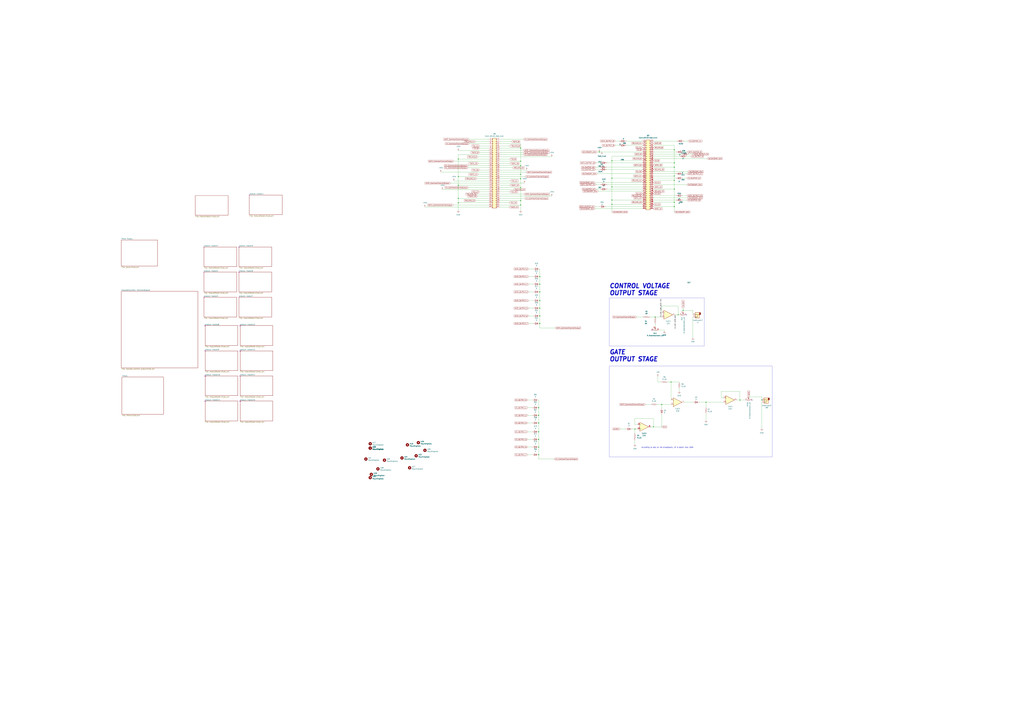
<source format=kicad_sch>
(kicad_sch (version 20230121) (generator eeschema)
  (paper "A0")
  (junction (at 768.35 469.9))
  (junction (at 884.555 464.8034))
  (junction (at 710.565 217.17))
  (junction (at 782.955 219.71))
  (junction (at 604.52 202.565))
  (junction (at 626.745 358.14))
  (junction (at 626.745 349.25))
  (junction (at 782.955 173.99))
  (junction (at 782.955 234.95))
  (junction (at 626.745 339.09))
  (junction (at 737.235 498.475))
  (junction (at 710.565 237.49))
  (junction (at 710.565 232.41))
  (junction (at 532.13 184.785))
  (junction (at 626.745 375.92))
  (junction (at 625.475 519.43))
  (junction (at 532.13 215.265))
  (junction (at 779.145 443.865))
  (junction (at 760.73 368.3))
  (junction (at 626.745 367.03))
  (junction (at 625.475 473.71))
  (junction (at 782.955 189.23))
  (junction (at 604.52 192.405))
  (junction (at 710.565 207.01))
  (junction (at 710.565 186.69))
  (junction (at 782.955 194.31))
  (junction (at 604.52 187.325))
  (junction (at 532.13 235.585))
  (junction (at 625.475 528.32))
  (junction (at 604.52 217.805))
  (junction (at 626.745 321.31))
  (junction (at 625.475 482.6))
  (junction (at 604.52 207.645))
  (junction (at 625.475 510.54))
  (junction (at 787.4 365.76))
  (junction (at 859.155 464.82))
  (junction (at 626.745 330.2))
  (junction (at 782.955 204.47))
  (junction (at 625.475 491.49))
  (junction (at 532.13 230.505))
  (junction (at 782.955 209.55))
  (junction (at 625.475 501.65))
  (junction (at 604.52 233.045))
  (junction (at 819.785 467.36))
  (junction (at 793.115 360.68))
  (junction (at 782.955 240.03))
  (junction (at 604.52 238.125))
  (junction (at 758.825 495.935))
  (junction (at 604.52 172.085))
  (junction (at 695.9164 176.53))
  (junction (at 532.13 205.105))
  (no_connect (at 796.925 365.76))
  (no_connect (at 756.92 383.54))
  (no_connect (at 873.125 464.82))
  (wire (pts (xy 884.555 464.8034) (xy 884.555 464.82)))
  (wire (pts (xy 779.145 443.865) (xy 779.145 464.82)))
  (wire (pts (xy 532.13 175.26) (xy 567.69 175.26)))
  (wire (pts (xy 625.475 510.54) (xy 625.475 519.43)))
  (wire (pts (xy 710.565 186.69) (xy 710.565 181.61)))
  (wire (pts (xy 612.775 510.54) (xy 617.855 510.54)))
  (wire (pts (xy 580.39 161.925) (xy 607.695 161.925)))
  (wire (pts (xy 710.565 237.49) (xy 746.125 237.49)))
  (wire (pts (xy 544.83 167.005) (xy 567.69 167.005)))
  (wire (pts (xy 580.39 238.125) (xy 604.52 238.125)))
  (wire (pts (xy 625.475 464.82) (xy 625.475 473.71)))
  (wire (pts (xy 554.355 225.425) (xy 567.69 225.425)))
  (wire (pts (xy 544.195 217.805) (xy 567.69 217.805)))
  (wire (pts (xy 819.785 467.36) (xy 819.785 473.075)))
  (wire (pts (xy 782.955 219.71) (xy 782.955 234.95)))
  (wire (pts (xy 556.895 197.485) (xy 567.69 197.485)))
  (wire (pts (xy 788.67 451.485) (xy 788.67 454.66)))
  (wire (pts (xy 758.825 227.33) (xy 784.86 227.33)))
  (wire (pts (xy 626.745 375.92) (xy 626.745 381)))
  (wire (pts (xy 604.52 217.805) (xy 604.52 233.045)))
  (wire (pts (xy 797.56 227.33) (xy 792.48 227.33)))
  (wire (pts (xy 580.39 217.805) (xy 604.52 217.805)))
  (wire (pts (xy 612.775 482.6) (xy 617.855 482.6)))
  (wire (pts (xy 493.395 240.665) (xy 567.69 240.665)))
  (wire (pts (xy 714.375 163.83) (xy 719.455 163.83)))
  (wire (pts (xy 604.52 207.645) (xy 604.52 202.565)))
  (wire (pts (xy 859.155 464.82) (xy 865.505 464.82)))
  (wire (pts (xy 692.15 189.23) (xy 697.23 189.23)))
  (wire (pts (xy 782.955 194.31) (xy 782.955 189.23)))
  (wire (pts (xy 580.39 192.405) (xy 604.52 192.405)))
  (wire (pts (xy 625.475 533.4) (xy 643.255 533.4)))
  (wire (pts (xy 527.05 210.185) (xy 567.69 210.185)))
  (wire (pts (xy 580.39 184.785) (xy 591.82 184.785)))
  (wire (pts (xy 737.235 503.555) (xy 737.235 498.475)))
  (wire (pts (xy 532.13 235.585) (xy 532.13 244.475)))
  (wire (pts (xy 544.83 161.925) (xy 567.69 161.925)))
  (wire (pts (xy 556.895 169.545) (xy 567.69 169.545)))
  (wire (pts (xy 819.785 480.695) (xy 819.785 488.315)))
  (wire (pts (xy 758.825 199.39) (xy 798.83 199.39)))
  (wire (pts (xy 626.745 349.25) (xy 626.745 358.14)))
  (wire (pts (xy 794.385 467.36) (xy 804.545 467.36)))
  (wire (pts (xy 739.14 368.3) (xy 746.76 368.3)))
  (wire (pts (xy 552.45 233.045) (xy 567.69 233.045)))
  (wire (pts (xy 758.825 214.63) (xy 797.56 214.63)))
  (wire (pts (xy 775.335 443.865) (xy 779.145 443.865)))
  (wire (pts (xy 556.895 172.085) (xy 567.69 172.085)))
  (wire (pts (xy 793.115 360.68) (xy 793.115 361.95)))
  (wire (pts (xy 555.625 189.865) (xy 567.69 189.865)))
  (wire (pts (xy 758.825 209.55) (xy 782.955 209.55)))
  (wire (pts (xy 758.825 234.95) (xy 782.955 234.95)))
  (wire (pts (xy 793.115 360.68) (xy 804.545 360.68)))
  (wire (pts (xy 580.39 227.965) (xy 640.715 227.965)))
  (wire (pts (xy 532.13 235.585) (xy 567.69 235.585)))
  (wire (pts (xy 625.475 482.6) (xy 625.475 491.49)))
  (wire (pts (xy 532.13 205.105) (xy 532.13 215.265)))
  (wire (pts (xy 737.235 493.395) (xy 737.235 486.41)))
  (wire (pts (xy 580.39 187.325) (xy 604.52 187.325)))
  (wire (pts (xy 710.565 237.49) (xy 710.565 246.38)))
  (wire (pts (xy 758.825 201.93) (xy 784.86 201.93)))
  (wire (pts (xy 580.39 225.425) (xy 608.33 225.425)))
  (wire (pts (xy 626.745 330.2) (xy 626.745 339.09)))
  (wire (pts (xy 740.41 493.395) (xy 737.235 493.395)))
  (wire (pts (xy 526.415 238.125) (xy 567.69 238.125)))
  (wire (pts (xy 554.355 227.965) (xy 567.69 227.965)))
  (wire (pts (xy 793.115 176.53) (xy 797.8437 176.53)))
  (wire (pts (xy 782.955 173.99) (xy 782.955 189.23)))
  (wire (pts (xy 837.565 454.66) (xy 859.155 454.66)))
  (wire (pts (xy 580.39 230.505) (xy 608.965 230.505)))
  (wire (pts (xy 855.345 464.82) (xy 859.155 464.82)))
  (wire (pts (xy 692.15 214.63) (xy 697.23 214.63)))
  (wire (pts (xy 532.13 235.585) (xy 532.13 230.505)))
  (wire (pts (xy 604.52 167.005) (xy 580.39 167.005)))
  (wire (pts (xy 580.39 164.465) (xy 593.725 164.465)))
  (wire (pts (xy 804.545 360.68) (xy 804.545 365.76)))
  (wire (pts (xy 782.955 173.99) (xy 782.955 168.91)))
  (wire (pts (xy 580.39 207.645) (xy 604.52 207.645)))
  (wire (pts (xy 819.785 467.36) (xy 840.105 467.36)))
  (wire (pts (xy 604.52 192.405) (xy 604.52 187.325)))
  (wire (pts (xy 758.825 176.53) (xy 785.495 176.53)))
  (wire (pts (xy 614.045 321.31) (xy 619.125 321.31)))
  (wire (pts (xy 614.045 312.42) (xy 619.125 312.42)))
  (wire (pts (xy 782.955 246.38) (xy 782.955 240.03)))
  (wire (pts (xy 727.075 163.83) (xy 746.125 163.83)))
  (wire (pts (xy 768.35 495.935) (xy 758.825 495.935)))
  (wire (pts (xy 694.69 222.25) (xy 746.125 222.25)))
  (wire (pts (xy 704.85 214.63) (xy 746.125 214.63)))
  (wire (pts (xy 692.15 219.71) (xy 697.23 219.71)))
  (wire (pts (xy 625.475 501.65) (xy 625.475 510.54)))
  (wire (pts (xy 782.955 240.03) (xy 782.955 234.95)))
  (wire (pts (xy 604.52 172.085) (xy 604.52 187.325)))
  (wire (pts (xy 710.565 207.01) (xy 710.565 217.17)))
  (wire (pts (xy 754.38 368.3) (xy 760.73 368.3)))
  (wire (pts (xy 612.775 464.82) (xy 617.855 464.82)))
  (wire (pts (xy 532.13 215.265) (xy 567.69 215.265)))
  (wire (pts (xy 690.88 212.09) (xy 746.125 212.09)))
  (wire (pts (xy 758.825 179.07) (xy 791.845 179.07)))
  (wire (pts (xy 532.13 184.785) (xy 532.13 205.105)))
  (wire (pts (xy 580.39 200.025) (xy 610.87 200.025)))
  (wire (pts (xy 758.825 204.47) (xy 782.955 204.47)))
  (wire (pts (xy 768.35 469.9) (xy 768.35 474.345)))
  (wire (pts (xy 727.075 168.91) (xy 746.125 168.91)))
  (wire (pts (xy 760.73 368.3) (xy 768.35 368.3)))
  (wire (pts (xy 797.56 232.41) (xy 792.48 232.41)))
  (wire (pts (xy 737.235 486.41) (xy 758.825 486.41)))
  (wire (pts (xy 771.525 383.54) (xy 771.525 384.81)))
  (wire (pts (xy 556.895 177.165) (xy 567.69 177.165)))
  (wire (pts (xy 787.4 355.6) (xy 768.35 355.6)))
  (wire (pts (xy 782.955 209.55) (xy 782.955 219.71)))
  (wire (pts (xy 612.775 473.71) (xy 617.855 473.71)))
  (wire (pts (xy 580.39 205.105) (xy 609.6 205.105)))
  (wire (pts (xy 555.625 202.565) (xy 567.69 202.565)))
  (wire (pts (xy 626.745 321.31) (xy 626.745 330.2)))
  (wire (pts (xy 580.39 235.585) (xy 591.185 235.585)))
  (wire (pts (xy 580.39 189.865) (xy 591.82 189.865)))
  (wire (pts (xy 869.315 461.01) (xy 884.555 461.01)))
  (wire (pts (xy 704.85 189.23) (xy 746.125 189.23)))
  (wire (pts (xy 567.69 175.26) (xy 567.69 174.625)))
  (wire (pts (xy 604.52 192.405) (xy 604.52 202.565)))
  (wire (pts (xy 783.59 365.76) (xy 787.4 365.76)))
  (wire (pts (xy 693.42 201.93) (xy 746.125 201.93)))
  (wire (pts (xy 614.045 349.25) (xy 619.125 349.25)))
  (wire (pts (xy 626.745 339.09) (xy 626.745 349.25)))
  (wire (pts (xy 580.39 174.625) (xy 607.695 174.625)))
  (wire (pts (xy 625.475 528.32) (xy 625.475 533.4)))
  (wire (pts (xy 758.825 184.15) (xy 821.055 184.15)))
  (wire (pts (xy 837.565 462.28) (xy 837.565 454.66)))
  (wire (pts (xy 758.825 181.61) (xy 789.305 181.61)))
  (wire (pts (xy 604.52 207.645) (xy 604.52 217.805)))
  (wire (pts (xy 763.27 469.9) (xy 768.35 469.9)))
  (wire (pts (xy 625.475 491.49) (xy 625.475 501.65)))
  (wire (pts (xy 812.165 467.36) (xy 819.785 467.36)))
  (wire (pts (xy 580.39 222.885) (xy 591.82 222.885)))
  (wire (pts (xy 798.83 163.83) (xy 793.75 163.83)))
  (wire (pts (xy 710.565 186.69) (xy 746.125 186.69)))
  (wire (pts (xy 758.825 189.23) (xy 782.955 189.23)))
  (wire (pts (xy 758.825 495.935) (xy 755.65 495.935)))
  (wire (pts (xy 737.235 511.175) (xy 737.235 516.255)))
  (wire (pts (xy 612.775 519.43) (xy 617.855 519.43)))
  (wire (pts (xy 612.775 501.65) (xy 617.855 501.65)))
  (wire (pts (xy 758.825 173.99) (xy 782.955 173.99)))
  (wire (pts (xy 580.39 177.165) (xy 607.695 177.165)))
  (wire (pts (xy 523.24 212.725) (xy 567.69 212.725)))
  (wire (pts (xy 580.39 179.705) (xy 607.695 179.705)))
  (wire (pts (xy 787.4 365.76) (xy 789.305 365.76)))
  (wire (pts (xy 612.775 491.49) (xy 617.855 491.49)))
  (wire (pts (xy 580.39 197.485) (xy 611.505 197.485)))
  (wire (pts (xy 763.905 443.865) (xy 767.715 443.865)))
  (wire (pts (xy 797.56 201.93) (xy 792.48 201.93)))
  (wire (pts (xy 802.005 181.61) (xy 796.925 181.61)))
  (wire (pts (xy 614.045 339.09) (xy 619.125 339.09)))
  (wire (pts (xy 604.52 238.125) (xy 604.52 233.045)))
  (wire (pts (xy 749.3 469.9) (xy 755.65 469.9)))
  (wire (pts (xy 614.045 367.03) (xy 619.125 367.03)))
  (wire (pts (xy 704.85 219.71) (xy 746.125 219.71)))
  (wire (pts (xy 710.565 186.69) (xy 710.565 207.01)))
  (wire (pts (xy 553.72 207.645) (xy 567.69 207.645)))
  (wire (pts (xy 527.05 187.325) (xy 567.69 187.325)))
  (wire (pts (xy 782.955 209.55) (xy 782.955 204.47)))
  (wire (pts (xy 626.745 312.42) (xy 626.745 321.31)))
  (wire (pts (xy 690.88 242.57) (xy 746.125 242.57)))
  (wire (pts (xy 580.39 215.265) (xy 591.82 215.265)))
  (wire (pts (xy 787.4 365.76) (xy 787.4 355.6)))
  (wire (pts (xy 782.955 168.91) (xy 758.825 168.91)))
  (wire (pts (xy 797.56 207.01) (xy 792.48 207.01)))
  (wire (pts (xy 556.895 222.885) (xy 567.69 222.885)))
  (wire (pts (xy 779.145 443.865) (xy 788.67 443.865)))
  (wire (pts (xy 859.155 454.66) (xy 859.155 464.82)))
  (wire (pts (xy 691.515 194.31) (xy 696.595 194.31)))
  (wire (pts (xy 793.115 358.14) (xy 793.115 360.68)))
  (wire (pts (xy 580.39 220.345) (xy 596.265 220.345)))
  (wire (pts (xy 758.825 232.41) (xy 784.86 232.41)))
  (wire (pts (xy 690.88 240.03) (xy 695.96 240.03)))
  (wire (pts (xy 703.58 240.03) (xy 746.125 240.03)))
  (wire (pts (xy 604.52 244.475) (xy 604.52 238.125)))
  (wire (pts (xy 625.475 473.71) (xy 625.475 482.6)))
  (wire (pts (xy 758.825 194.31) (xy 782.955 194.31)))
  (wire (pts (xy 580.39 194.945) (xy 594.995 194.945)))
  (wire (pts (xy 580.39 233.045) (xy 604.52 233.045)))
  (wire (pts (xy 797.8437 176.53) (xy 797.8437 176.5515)))
  (wire (pts (xy 614.045 330.2) (xy 619.125 330.2)))
  (wire (pts (xy 758.825 219.71) (xy 782.955 219.71)))
  (wire (pts (xy 580.39 172.085) (xy 604.52 172.085)))
  (wire (pts (xy 626.745 367.03) (xy 626.745 375.92)))
  (wire (pts (xy 768.35 469.9) (xy 779.145 469.9)))
  (wire (pts (xy 704.215 196.85) (xy 746.125 196.85)))
  (wire (pts (xy 604.52 172.085) (xy 604.52 167.005)))
  (wire (pts (xy 532.13 179.705) (xy 567.69 179.705)))
  (wire (pts (xy 580.39 182.245) (xy 640.715 182.245)))
  (wire (pts (xy 612.775 528.32) (xy 617.855 528.32)))
  (wire (pts (xy 758.825 207.01) (xy 784.86 207.01)))
  (wire (pts (xy 532.13 230.505) (xy 567.69 230.505)))
  (wire (pts (xy 768.35 355.6) (xy 768.35 363.22)))
  (wire (pts (xy 580.39 212.725) (xy 608.965 212.725)))
  (wire (pts (xy 764.54 383.54) (xy 771.525 383.54)))
  (wire (pts (xy 737.235 498.475) (xy 740.41 498.475)))
  (wire (pts (xy 737.235 498.475) (xy 734.06 498.475)))
  (wire (pts (xy 691.515 196.85) (xy 696.595 196.85)))
  (wire (pts (xy 710.565 207.01) (xy 746.125 207.01)))
  (wire (pts (xy 614.045 358.14) (xy 619.125 358.14)))
  (wire (pts (xy 714.375 168.91) (xy 719.455 168.91)))
  (wire (pts (xy 768.35 481.965) (xy 768.35 495.935)))
  (wire (pts (xy 625.475 519.43) (xy 625.475 528.32)))
  (wire (pts (xy 580.39 210.185) (xy 592.455 210.185)))
  (wire (pts (xy 532.13 184.785) (xy 567.69 184.785)))
  (wire (pts (xy 552.45 164.465) (xy 567.69 164.465)))
  (wire (pts (xy 580.39 240.665) (xy 591.185 240.665)))
  (wire (pts (xy 580.39 169.545) (xy 591.82 169.545)))
  (wire (pts (xy 758.825 240.03) (xy 782.955 240.03)))
  (wire (pts (xy 543.56 194.945) (xy 567.69 194.945)))
  (wire (pts (xy 758.825 229.87) (xy 798.195 229.87)))
  (wire (pts (xy 710.565 217.17) (xy 746.125 217.17)))
  (wire (pts (xy 695.9164 176.53) (xy 746.125 176.53)))
  (wire (pts (xy 614.045 375.92) (xy 619.125 375.92)))
  (wire (pts (xy 626.745 381) (xy 644.525 381)))
  (wire (pts (xy 782.955 194.31) (xy 782.955 204.47)))
  (wire (pts (xy 710.565 232.41) (xy 746.125 232.41)))
  (wire (pts (xy 532.13 184.785) (xy 532.13 179.705)))
  (wire (pts (xy 763.905 437.515) (xy 763.905 443.865)))
  (wire (pts (xy 758.825 163.83) (xy 786.13 163.83)))
  (wire (pts (xy 626.745 358.14) (xy 626.745 367.03)))
  (wire (pts (xy 710.565 237.49) (xy 710.565 232.41)))
  (wire (pts (xy 511.81 200.025) (xy 567.69 200.025)))
  (wire (pts (xy 710.565 217.17) (xy 710.565 232.41)))
  (wire (pts (xy 543.56 192.405) (xy 567.69 192.405)))
  (wire (pts (xy 840.105 462.28) (xy 837.565 462.28)))
  (wire (pts (xy 532.13 205.105) (xy 567.69 205.105)))
  (wire (pts (xy 720.09 498.475) (xy 726.44 498.475)))
  (wire (pts (xy 554.99 182.245) (xy 567.69 182.245)))
  (wire (pts (xy 710.565 181.61) (xy 746.125 181.61)))
  (wire (pts (xy 513.715 220.345) (xy 567.69 220.345)))
  (wire (pts (xy 760.73 375.92) (xy 760.73 379.73)))
  (wire (pts (xy 884.555 461.01) (xy 884.555 464.8034)))
  (wire (pts (xy 580.39 202.565) (xy 604.52 202.565)))
  (wire (pts (xy 693.42 176.53) (xy 695.9164 176.53)))
  (wire (pts (xy 804.545 179.07) (xy 799.465 179.07)))
  (wire (pts (xy 758.825 486.41) (xy 758.825 495.935)))
  (wire (pts (xy 884.555 467.3434) (xy 884.555 497.84)))
  (wire (pts (xy 532.13 215.265) (xy 532.13 230.505)))
  (wire (pts (xy 704.215 194.31) (xy 746.125 194.31)))
  (wire (pts (xy 804.545 368.3) (xy 804.545 392.43)))
  (rectangle (start 707.39 346.075) (end 817.88 401.955))
  (rectangle (start 707.39 425.45) (end 896.62 530.86))
  (text "GATE\nOUTPUT STAGE" (at 707.39 420.37 0) (effects (font (size 5.08 5.08) (thickness 1.016) bold italic) (justify left bottom)))
  (text "According to ests on the breadboard, 1M is better than 100K" (at 744.855 520.7 0) (effects (font (size 1.27 1.27)) (justify left bottom)))
  (text "CONTROL VOLTAGE\nOUTPUT STAGE" (at 707.39 343.535 0) (effects (font (size 5.08 5.08) (thickness 1.016) bold italic) (justify left bottom)))
  (label "CV_OP-AMP_OUT" (at 785.0295 365.76 270))
  (label "CV_OP-AMP_NON-INV" (at 768.35 368.3 90))
  (global_label "GATE_CommonChannelOutput" (shape input) (at 523.24 212.725 180) (property "Intersheetrefs" "${INTERSHEET_REFS}" (effects hide)))
  (global_label "SECONDARY_5VA" (shape input) (at 798.83 199.39 0) (property "Intersheetrefs" "${INTERSHEET_REFS}" (effects hide)))
  (global_label "*CV_15" (shape input) (at 591.82 222.885 0) (property "Intersheetrefs" "${INTERSHEET_REFS}" (effects hide)))
  (global_label "GATE_OUTPUT_9" (shape input) (at 797.8437 176.5515 0) (property "Intersheetrefs" "${INTERSHEET_REFS}" (effects hide)))
  (global_label "GATE_OUTPUT_12" (shape input) (at 692.15 214.63 180) (property "Intersheetrefs" "${INTERSHEET_REFS}" (effects hide)))
  (global_label "GATE_OUTPUT_5" (shape input) (at 614.045 358.14 180) (property "Intersheetrefs" "${INTERSHEET_REFS}" (effects hide)))
  (global_label "CV_14" (shape input) (at 746.125 171.45 180) (property "Intersheetrefs" "${INTERSHEET_REFS}" (effects hide)))
  (global_label "*RELAYS_12" (shape input) (at 596.265 220.345 0) (property "Intersheetrefs" "${INTERSHEET_REFS}" (effects hide)))
  (global_label "CV_CommonChannelOutput" (shape input) (at 607.695 161.925 0) (property "Intersheetrefs" "${INTERSHEET_REFS}" (effects hide)))
  (global_label "SECONDARY_5VA" (shape input) (at 797.56 214.63 0) (property "Intersheetrefs" "${INTERSHEET_REFS}" (effects hide)))
  (global_label "GATE_OUTPUT_11" (shape input) (at 797.56 201.93 0) (property "Intersheetrefs" "${INTERSHEET_REFS}" (effects hide)))
  (global_label "CV_OUTPUT_2" (shape input) (at 612.775 482.6 180) (property "Intersheetrefs" "${INTERSHEET_REFS}" (effects hide)))
  (global_label "RELAYS_9" (shape input) (at 746.125 184.15 180) (property "Intersheetrefs" "${INTERSHEET_REFS}" (effects hide)))
  (global_label "CV_CommonChannelOutput" (shape input) (at 609.6 205.105 0) (property "Intersheetrefs" "${INTERSHEET_REFS}" (effects hide)))
  (global_label "RELAYS_13" (shape input) (at 746.125 234.95 180) (property "Intersheetrefs" "${INTERSHEET_REFS}" (effects hide)))
  (global_label "GATE_OUTPUT_3" (shape input) (at 614.045 339.09 180) (property "Intersheetrefs" "${INTERSHEET_REFS}" (effects hide)))
  (global_label "SECONDARY_5VA" (shape input) (at 798.195 229.87 0) (property "Intersheetrefs" "${INTERSHEET_REFS}" (effects hide)))
  (global_label "*GATE_12" (shape input) (at 591.82 215.265 0) (property "Intersheetrefs" "${INTERSHEET_REFS}" (effects hide)))
  (global_label "*GATE_8" (shape input) (at 593.725 164.465 0) (property "Intersheetrefs" "${INTERSHEET_REFS}" (effects hide)))
  (global_label "*RELAYS_8" (shape input) (at 591.82 169.545 0) (property "Intersheetrefs" "${INTERSHEET_REFS}" (effects hide)))
  (global_label "GATE_10" (shape input) (at 758.825 191.77 0) (property "Intersheetrefs" "${INTERSHEET_REFS}" (effects hide)))
  (global_label "RELAYS_8" (shape input) (at 758.825 171.45 0) (property "Intersheetrefs" "${INTERSHEET_REFS}" (effects hide)))
  (global_label "CV_10" (shape input) (at 746.125 199.39 180) (property "Intersheetrefs" "${INTERSHEET_REFS}" (effects hide)))
  (global_label "CV_CommonChannelOutput" (shape input) (at 739.14 368.3 180) (property "Intersheetrefs" "${INTERSHEET_REFS}" (effects hide)))
  (global_label "SECONDARY_5VA" (shape input) (at 693.42 176.53 180) (property "Intersheetrefs" "${INTERSHEET_REFS}" (effects hide)))
  (global_label "*CV_12" (shape input) (at 556.895 222.885 180) (property "Intersheetrefs" "${INTERSHEET_REFS}" (effects hide)))
  (global_label "*RELAYS_14" (shape input) (at 552.45 164.465 180) (property "Intersheetrefs" "${INTERSHEET_REFS}" (effects hide)))
  (global_label "CV_11" (shape input) (at 758.825 212.09 0) (property "Intersheetrefs" "${INTERSHEET_REFS}" (effects hide)))
  (global_label "GATE_CommonChannelOutput" (shape input) (at 607.695 177.165 0) (property "Intersheetrefs" "${INTERSHEET_REFS}" (effects hide)))
  (global_label "GATE_CommonChannelOutput" (shape input) (at 749.3 469.9 180) (property "Intersheetrefs" "${INTERSHEET_REFS}" (effects hide)))
  (global_label "GATE_OUTPUT_14" (shape input) (at 690.88 240.03 180) (property "Intersheetrefs" "${INTERSHEET_REFS}" (effects hide)))
  (global_label "SECONDARY_GND" (shape input) (at 710.565 246.38 0) (property "Intersheetrefs" "${INTERSHEET_REFS}" (effects hide)))
  (global_label "GATE_OUTPUT_6" (shape input) (at 614.045 367.03 180) (property "Intersheetrefs" "${INTERSHEET_REFS}" (effects hide)))
  (global_label "CV_CommonChannelOutput" (shape input) (at 643.255 533.4 0) (property "Intersheetrefs" "${INTERSHEET_REFS}" (effects hide)))
  (global_label "CV_OUT" (shape input) (at 793.115 358.14 90) (property "Intersheetrefs" "${INTERSHEET_REFS}" (effects hide)))
  (global_label "CV_OUTPUT_9" (shape input) (at 802.005 181.61 0) (property "Intersheetrefs" "${INTERSHEET_REFS}" (effects hide)))
  (global_label "CV_CommonChannelOutput" (shape input) (at 608.965 230.505 0) (property "Intersheetrefs" "${INTERSHEET_REFS}" (effects hide)))
  (global_label "*CV_11" (shape input) (at 592.455 210.185 0) (property "Intersheetrefs" "${INTERSHEET_REFS}" (effects hide)))
  (global_label "GATE_CommonChannelOutput" (shape input) (at 610.87 200.025 0) (property "Intersheetrefs" "${INTERSHEET_REFS}" (effects hide)))
  (global_label "*GATE_11" (shape input) (at 555.625 202.565 180) (property "Intersheetrefs" "${INTERSHEET_REFS}" (effects hide)))
  (global_label "*GATE_9" (shape input) (at 556.895 177.165 180) (property "Intersheetrefs" "${INTERSHEET_REFS}" (effects hide)))
  (global_label "GATE_OUTPUT_2" (shape input) (at 614.045 330.2 180) (property "Intersheetrefs" "${INTERSHEET_REFS}" (effects hide)))
  (global_label "*GATE_14" (shape input) (at 591.185 240.665 0) (property "Intersheetrefs" "${INTERSHEET_REFS}" (effects hide)))
  (global_label "*CV_14" (shape input) (at 556.895 169.545 180) (property "Intersheetrefs" "${INTERSHEET_REFS}" (effects hide)))
  (global_label "SECONDARY_GND" (shape input) (at 782.955 246.38 0) (property "Intersheetrefs" "${INTERSHEET_REFS}" (effects hide)))
  (global_label "CV_12" (shape input) (at 746.125 224.79 180) (property "Intersheetrefs" "${INTERSHEET_REFS}" (effects hide)))
  (global_label "*GATE_15" (shape input) (at 555.625 189.865 180) (property "Intersheetrefs" "${INTERSHEET_REFS}" (effects hide)))
  (global_label "GATE" (shape input) (at 869.444 461.01 90) (property "Intersheetrefs" "${INTERSHEET_REFS}" (effects hide)))
  (global_label "CV_OUTPUT_0" (shape input) (at 612.775 464.82 180) (property "Intersheetrefs" "${INTERSHEET_REFS}" (effects hide)))
  (global_label "*RELAYS_11" (shape input) (at 553.72 207.645 180) (property "Intersheetrefs" "${INTERSHEET_REFS}" (effects hide)))
  (global_label "CV_OUTPUT_13" (shape input) (at 797.56 232.41 0) (property "Intersheetrefs" "${INTERSHEET_REFS}" (effects hide)))
  (global_label "CLOCK" (shape input) (at 720.09 498.475 180) (property "Intersheetrefs" "${INTERSHEET_REFS}" (effects hide)))
  (global_label "*RELAYS_10" (shape input) (at 594.995 194.945 0) (property "Intersheetrefs" "${INTERSHEET_REFS}" (effects hide)))
  (global_label "GATE_CommonChannelOutput" (shape input) (at 527.05 187.325 180) (property "Intersheetrefs" "${INTERSHEET_REFS}" (effects hide)))
  (global_label "*RELAYS_13" (shape input) (at 552.45 233.045 180) (property "Intersheetrefs" "${INTERSHEET_REFS}" (effects hide)))
  (global_label "CV_CommonChannelOutput" (shape input) (at 543.56 192.405 180) (property "Intersheetrefs" "${INTERSHEET_REFS}" (effects hide)))
  (global_label "GATE_CommonChannelOutput" (shape input) (at 608.33 225.425 0) (property "Intersheetrefs" "${INTERSHEET_REFS}" (effects hide)))
  (global_label "RELAYS_11" (shape input) (at 746.125 209.55 180) (property "Intersheetrefs" "${INTERSHEET_REFS}" (effects hide)))
  (global_label "CV_OUTPUT_10" (shape input) (at 691.515 194.31 180) (property "Intersheetrefs" "${INTERSHEET_REFS}" (effects hide)))
  (global_label "*CV_9" (shape input) (at 591.82 184.785 0) (property "Intersheetrefs" "${INTERSHEET_REFS}" (effects hide)))
  (global_label "GATE_OUTPUT_1" (shape input) (at 614.045 321.31 180) (property "Intersheetrefs" "${INTERSHEET_REFS}" (effects hide)))
  (global_label "*GATE_13" (shape input) (at 554.355 227.965 180) (property "Intersheetrefs" "${INTERSHEET_REFS}" (effects hide)))
  (global_label "CV_OUTPUT_14" (shape input) (at 798.83 163.83 0) (property "Intersheetrefs" "${INTERSHEET_REFS}" (effects hide)))
  (global_label "CV_CommonChannelOutput" (shape input) (at 544.195 217.805 180) (property "Intersheetrefs" "${INTERSHEET_REFS}" (effects hide)))
  (global_label "CV_13" (shape input) (at 758.825 237.49 0) (property "Intersheetrefs" "${INTERSHEET_REFS}" (effects hide)))
  (global_label "RELAYS_12" (shape input) (at 758.825 222.25 0) (property "Intersheetrefs" "${INTERSHEET_REFS}" (effects hide)))
  (global_label "GATE_14" (shape input) (at 758.825 242.57 0) (property "Intersheetrefs" "${INTERSHEET_REFS}" (effects hide)))
  (global_label "*CV_10" (shape input) (at 556.895 197.485 180) (property "Intersheetrefs" "${INTERSHEET_REFS}" (effects hide)))
  (global_label "GATE_15" (shape input) (at 746.125 191.77 180) (property "Intersheetrefs" "${INTERSHEET_REFS}" (effects hide)))
  (global_label "CV_CommonChannelOutput" (shape input) (at 543.56 194.945 180) (property "Intersheetrefs" "${INTERSHEET_REFS}" (effects hide)))
  (global_label "CV_OUTPUT_12" (shape input) (at 692.15 219.71 180) (property "Intersheetrefs" "${INTERSHEET_REFS}" (effects hide)))
  (global_label "GATE_OUTPUT_0" (shape input) (at 614.045 312.42 180) (property "Intersheetrefs" "${INTERSHEET_REFS}" (effects hide)))
  (global_label "CLK" (shape input) (at 768.35 495.935 0) (property "Intersheetrefs" "${INTERSHEET_REFS}" (effects hide)))
  (global_label "GATE_CommonChannelOutput" (shape input) (at 526.415 238.125 180) (property "Intersheetrefs" "${INTERSHEET_REFS}" (effects hide)))
  (global_label "CV_OUTPUT_1" (shape input) (at 612.775 473.71 180) (property "Intersheetrefs" "${INTERSHEET_REFS}" (effects hide)))
  (global_label "CV_8" (shape input) (at 746.125 173.99 180) (property "Intersheetrefs" "${INTERSHEET_REFS}" (effects hide)))
  (global_label "GATE_CommonChannelOutput" (shape input) (at 644.525 381 0) (property "Intersheetrefs" "${INTERSHEET_REFS}" (effects hide)))
  (global_label "GATE_13" (shape input) (at 746.125 229.87 180) (property "Intersheetrefs" "${INTERSHEET_REFS}" (effects hide)))
  (global_label "GATE_9" (shape input) (at 746.125 179.07 180) (property "Intersheetrefs" "${INTERSHEET_REFS}" (effects hide)))
  (global_label "SECONDARY_5VA" (shape input) (at 693.42 201.93 180) (property "Intersheetrefs" "${INTERSHEET_REFS}" (effects hide)))
  (global_label "RELAYS_10" (shape input) (at 758.825 196.85 0) (property "Intersheetrefs" "${INTERSHEET_REFS}" (effects hide)))
  (global_label "CV_OUTPUT_4" (shape input) (at 612.775 501.65 180) (property "Intersheetrefs" "${INTERSHEET_REFS}" (effects hide)))
  (global_label "GATE_OUTPUT_7" (shape input) (at 614.045 375.92 180) (property "Intersheetrefs" "${INTERSHEET_REFS}" (effects hide)))
  (global_label "CV_CommonChannelOutput" (shape input) (at 544.83 167.005 180) (property "Intersheetrefs" "${INTERSHEET_REFS}" (effects hide)))
  (global_label "SECONDARY_5VA" (shape input) (at 690.88 212.09 180) (property "Intersheetrefs" "${INTERSHEET_REFS}" (effects hide)))
  (global_label "GATE_OUTPUT_8" (shape input) (at 714.375 163.83 180) (property "Intersheetrefs" "${INTERSHEET_REFS}" (effects hide)))
  (global_label "RELAYS_14" (shape input) (at 746.125 166.37 180) (property "Intersheetrefs" "${INTERSHEET_REFS}" (effects hide)))
  (global_label "GATE_OUTPUT_10" (shape input) (at 692.15 189.23 180) (property "Intersheetrefs" "${INTERSHEET_REFS}" (effects hide)))
  (global_label "GATE_OUTPUT_15" (shape input) (at 804.545 179.07 0) (property "Intersheetrefs" "${INTERSHEET_REFS}" (effects hide)))
  (global_label "GATE_11" (shape input) (at 746.125 204.47 180) (property "Intersheetrefs" "${INTERSHEET_REFS}" (effects hide)))
  (global_label "GATE_8" (shape input) (at 758.825 166.37 0) (property "Intersheetrefs" "${INTERSHEET_REFS}" (effects hide)))
  (global_label "SECONDARY_5VA" (shape input) (at 690.88 242.57 180) (property "Intersheetrefs" "${INTERSHEET_REFS}" (effects hide)))
  (global_label "CV_OUTPUT_8" (shape input) (at 714.375 168.91 180) (property "Intersheetrefs" "${INTERSHEET_REFS}" (effects hide)))
  (global_label "*CV_8" (shape input) (at 556.895 172.085 180) (property "Intersheetrefs" "${INTERSHEET_REFS}" (effects hide)))
  (global_label "CV_OUTPUT_7" (shape input) (at 612.775 528.32 180) (property "Intersheetrefs" "${INTERSHEET_REFS}" (effects hide)))
  (global_label "CV_9" (shape input) (at 758.825 186.69 0) (property "Intersheetrefs" "${INTERSHEET_REFS}" (effects hide)))
  (global_label "*RELAYS_15" (shape input) (at 554.355 225.425 180) (property "Intersheetrefs" "${INTERSHEET_REFS}" (effects hide)))
  (global_label "GATE_CommonChannelOutput" (shape input) (at 544.83 161.925 180) (property "Intersheetrefs" "${INTERSHEET_REFS}" (effects hide)))
  (global_label "SECONDARY_5VA" (shape input) (at 821.055 184.15 0) (property "Intersheetrefs" "${INTERSHEET_REFS}" (effects hide)))
  (global_label "GATE_OUTPUT_13" (shape input) (at 797.56 227.33 0) (property "Intersheetrefs" "${INTERSHEET_REFS}" (effects hide)))
  (global_label "CV_OUTPUT_5" (shape input) (at 612.775 510.54 180) (property "Intersheetrefs" "${INTERSHEET_REFS}" (effects hide)))
  (global_label "CV_OUTPUT_6" (shape input) (at 612.775 519.43 180) (property "Intersheetrefs" "${INTERSHEET_REFS}" (effects hide)))
  (global_label "RELAYS_15" (shape input) (at 746.125 227.33 180) (property "Intersheetrefs" "${INTERSHEET_REFS}" (effects hide)))
  (global_label "CV_15" (shape input) (at 758.825 224.79 0) (property "Intersheetrefs" "${INTERSHEET_REFS}" (effects hide)))
  (global_label "CV_OUTPUT_3" (shape input) (at 612.775 491.49 180) (property "Intersheetrefs" "${INTERSHEET_REFS}" (effects hide)))
  (global_label "CV_OUTPUT_15" (shape input) (at 691.515 196.85 180) (property "Intersheetrefs" "${INTERSHEET_REFS}" (effects hide)))
  (global_label "CV_CommonChannelOutput" (shape input) (at 607.695 179.705 0) (property "Intersheetrefs" "${INTERSHEET_REFS}" (effects hide)))
  (global_label "*RELAYS_9" (shape input) (at 554.99 182.245 180) (property "Intersheetrefs" "${INTERSHEET_REFS}" (effects hide)))
  (global_label "GATE_OUTPUT_4" (shape input) (at 614.045 349.25 180) (property "Intersheetrefs" "${INTERSHEET_REFS}" (effects hide)))
  (global_label "*GATE_10" (shape input) (at 591.82 189.865 0) (property "Intersheetrefs" "${INTERSHEET_REFS}" (effects hide)))
  (global_label "SECONDARY_5VA" (shape input) (at 694.69 222.25 180) (property "Intersheetrefs" "${INTERSHEET_REFS}" (effects hide)))
  (global_label "GATE_12" (shape input) (at 758.825 217.17 0) (property "Intersheetrefs" "${INTERSHEET_REFS}" (effects hide)))
  (global_label "GATE_CommonChannelOutput" (shape input) (at 607.695 174.625 0) (property "Intersheetrefs" "${INTERSHEET_REFS}" (effects hide)))
  (global_label "CV_OUTPUT_11" (shape input) (at 797.56 207.01 0) (property "Intersheetrefs" "${INTERSHEET_REFS}" (effects hide)))
  (global_label "*CV_13" (shape input) (at 591.185 235.585 0) (property "Intersheetrefs" "${INTERSHEET_REFS}" (effects hide)))
  (symbol (lib_id "Device:R_Potentiometer_US") (at 760.73 383.54 90) (unit 1)
    (property "Reference" "RV1" (at 760.73 387.35 90))
    (property "Value" "R_Potentiometer_US" (at 760.73 389.89 90))
    (property "Footprint" "Potentiometer_SMD:Potentiometer_Bourns_3314J_Vertical" (effects hide))
  )
  (symbol (lib_id "Device:D") (at 622.935 339.09 180) (unit 1)
    (property "Reference" "D17" (at 622.935 332.74 0))
    (property "Value" "D" (at 622.935 335.28 0))
    (property "Footprint" "Diode_SMD:D_SOD-123" (effects hide))
    (property "Sim.Device" "D" (effects hide))
    (property "Sim.Pins" "1=K 2=A" (effects hide))
  )
  (symbol (lib_id "Mechanical:MountingHole") (at 429.895 520.7 0) (unit 1)
    (property "Reference" "H20" (at 432.435 519.43 0) (effects (justify left)))
    (property "Value" "MountingHole" (at 432.435 521.97 0) (effects (justify left)))
    (property "Footprint" "MountingHole:MountingHole_3.2mm_M3_Pad_Via" (effects hide))
  )
  (symbol (lib_id "Device:D") (at 793.115 181.61 0) (unit 1)
    (property "Reference" "D86" (at 722.63 185.42 0))
    (property "Value" "D" (at 793.115 184.15 0))
    (property "Footprint" "Diode_SMD:D_SOD-123" (effects hide))
    (property "Sim.Device" "D" (effects hide))
    (property "Sim.Pins" "1=K 2=A" (effects hide))
  )
  (symbol (lib_id "Device:D") (at 622.935 375.92 180) (unit 1)
    (property "Reference" "D32" (at 622.935 369.57 0))
    (property "Value" "D" (at 622.935 372.11 0))
    (property "Footprint" "Diode_SMD:D_SOD-123" (effects hide))
    (property "Sim.Device" "D" (effects hide))
    (property "Sim.Pins" "1=K 2=A" (effects hide))
  )
  (symbol (lib_id "Device:R_US") (at 819.785 476.885 180) (unit 1)
    (property "Reference" "R7" (at 821.69 475.615 0) (effects (justify right)))
    (property "Value" "R_US" (at 821.69 478.155 0) (effects (justify right)))
    (property "Footprint" "Resistor_SMD:R_1206_3216Metric" (effects hide))
  )
  (symbol (lib_id "Device:D") (at 621.665 528.32 180) (unit 1)
    (property "Reference" "D80" (at 621.665 521.97 0))
    (property "Value" "D" (at 621.665 524.51 0))
    (property "Footprint" "Diode_SMD:D_SOD-123" (effects hide))
    (property "Sim.Device" "D" (effects hide))
    (property "Sim.Pins" "1=K 2=A" (effects hide))
  )
  (symbol (lib_id "power:GND") (at 804.545 392.43 0) (unit 1)
    (property "Reference" "#PWR05" (effects hide))
    (property "Value" "GND" (at 804.545 396.875 0))
  )
  (symbol (lib_id "Mechanical:MountingHole") (at 485.775 514.35 0) (unit 1)
    (property "Reference" "H25" (at 488.315 513.08 0) (effects (justify left)))
    (property "Value" "MountingHole" (at 488.315 515.62 0) (effects (justify left)))
    (property "Footprint" "MountingHole:MountingHole_3.2mm_M3_Pad_Via" (effects hide))
  )
  (symbol (lib_id "Device:D") (at 808.355 467.36 180) (unit 1)
    (property "Reference" "D3" (at 808.355 461.645 0))
    (property "Value" "D" (at 808.355 464.185 0))
    (property "Footprint" "Diode_SMD:D_SOD-123" (effects hide))
    (property "Sim.Device" "D" (effects hide))
    (property "Sim.Pins" "1=K 2=A" (effects hide))
  )
  (symbol (lib_id "Mechanical:MountingHole") (at 466.725 532.13 0) (unit 1)
    (property "Reference" "H24" (at 469.265 530.86 0) (effects (justify left)))
    (property "Value" "MountingHole" (at 469.265 533.4 0) (effects (justify left)))
    (property "Footprint" "MountingHole:MountingHole_3.2mm_M3_Pad_Via" (effects hide))
  )
  (symbol (lib_id "Device:D") (at 621.665 491.49 180) (unit 1)
    (property "Reference" "D68" (at 621.665 485.14 0))
    (property "Value" "D" (at 621.665 487.68 0))
    (property "Footprint" "Diode_SMD:D_SOD-123" (effects hide))
    (property "Sim.Device" "D" (effects hide))
    (property "Sim.Pins" "1=K 2=A" (effects hide))
  )
  (symbol (lib_id "power:+5VA") (at 640.715 182.245 0) (unit 1)
    (property "Reference" "#PWR0183" (effects hide))
    (property "Value" "+5VA" (at 640.715 177.165 0))
  )
  (symbol (lib_id "Device:R_US") (at 760.73 372.11 180) (unit 1)
    (property "Reference" "R4" (at 748.665 373.38 0) (effects (justify right)))
    (property "Value" "0R" (at 748.665 375.92 0) (effects (justify right)))
    (property "Footprint" "Resistor_SMD:R_1206_3216Metric" (effects hide))
  )
  (symbol (lib_id "power:+5VA") (at 611.505 197.485 0) (unit 1)
    (property "Reference" "#PWR0185" (effects hide))
    (property "Value" "+5VA" (at 611.505 192.405 0))
  )
  (symbol (lib_id "power:GND") (at 884.555 497.84 0) (unit 1)
    (property "Reference" "#PWR07" (effects hide))
    (property "Value" "GND" (at 884.555 502.92 0))
  )
  (symbol (lib_id "Device:D") (at 622.935 330.2 180) (unit 1)
    (property "Reference" "D16" (at 622.935 323.85 0))
    (property "Value" "D" (at 622.935 326.39 0))
    (property "Footprint" "Diode_SMD:D_SOD-123" (effects hide))
    (property "Sim.Device" "D" (effects hide))
    (property "Sim.Pins" "1=K 2=A" (effects hide))
  )
  (symbol (lib_id "Device:R_Potentiometer_US") (at 793.115 365.76 270) (mirror x) (unit 1)
    (property "Reference" "RV2" (at 791.845 368.3 0) (effects (justify right)))
    (property "Value" "R_Potentiometer_US" (at 794.385 368.3 0) (effects (justify right)))
    (property "Footprint" "Potentiometer_SMD:Potentiometer_Bourns_3314J_Vertical" (effects hide))
  )
  (symbol (lib_id "Device:D") (at 788.67 232.41 0) (unit 1)
    (property "Reference" "D98" (at 790.575 234.95 0))
    (property "Value" "D" (at 788.67 236.22 0))
    (property "Footprint" "Diode_SMD:D_SOD-123" (effects hide))
    (property "Sim.Device" "D" (effects hide))
    (property "Sim.Pins" "1=K 2=A" (effects hide))
  )
  (symbol (lib_name "AudioJack2_1") (lib_id "Connector_Audio:AudioJack2") (at 809.625 365.76 180) (unit 1)
    (property "Reference" "J1" (at 810.26 374.65 0))
    (property "Value" "AudioJack2" (at 810.26 372.11 0))
    (property "Footprint" "TerminalBlock_WAGO:TerminalBlock_WAGO_236-402_1x02_P5.00mm_45Degree" (effects hide))
  )
  (symbol (lib_id "Amplifier_Operational:TL074") (at 786.765 467.36 0) (mirror x) (unit 2)
    (property "Reference" "U1" (at 786.765 477.52 0))
    (property "Value" "TL074" (at 786.765 474.98 0))
    (property "Footprint" "Package_SO:SOIC-14_3.9x8.7mm_P1.27mm" (effects hide))
    (property "Datasheet" "http://www.ti.com/lit/ds/symlink/tl071.pdf" (effects hide))
  )
  (symbol (lib_id "power:+5VA") (at 695.9164 176.53 0) (unit 1)
    (property "Reference" "#PWR0191" (effects hide))
    (property "Value" "+5VA" (at 695.9164 171.45 0))
  )
  (symbol (lib_id "Device:R_US") (at 750.57 368.3 90) (unit 1)
    (property "Reference" "R2" (at 750.57 361.95 90))
    (property "Value" "0R" (at 750.57 364.49 90))
    (property "Footprint" "Resistor_SMD:R_1206_3216Metric" (effects hide))
  )
  (symbol (lib_id "Mechanical:MountingHole") (at 473.075 516.89 0) (unit 1)
    (property "Reference" "H18" (at 475.615 515.62 0) (effects (justify left)))
    (property "Value" "MountingHole" (at 475.615 518.16 0) (effects (justify left)))
    (property "Footprint" "MountingHole:MountingHole_3.2mm_M3_Pad_Via" (effects hide))
  )
  (symbol (lib_id "Device:D") (at 700.405 196.85 180) (unit 1)
    (property "Reference" "D104" (at 697.23 199.39 0))
    (property "Value" "D" (at 700.405 193.04 0))
    (property "Footprint" "Diode_SMD:D_SOD-123" (effects hide))
    (property "Sim.Device" "D" (effects hide))
    (property "Sim.Pins" "1=K 2=A" (effects hide))
  )
  (symbol (lib_id "Mechanical:MountingHole") (at 493.395 523.24 0) (unit 1)
    (property "Reference" "H26" (at 495.935 521.97 0) (effects (justify left)))
    (property "Value" "MountingHole" (at 495.935 524.51 0) (effects (justify left)))
    (property "Footprint" "MountingHole:MountingHole_3.2mm_M3_Pad_Via" (effects hide))
  )
  (symbol (lib_id "power:+5VA") (at 527.05 210.185 0) (unit 1)
    (property "Reference" "#PWR0186" (effects hide))
    (property "Value" "+5VA" (at 527.05 205.105 0))
  )
  (symbol (lib_id "power:GND") (at 737.235 516.255 0) (unit 1)
    (property "Reference" "#PWR01" (effects hide))
    (property "Value" "GND" (at 737.235 521.335 0))
  )
  (symbol (lib_id "Device:R_Potentiometer_US") (at 869.315 464.82 270) (mirror x) (unit 1)
    (property "Reference" "RV20" (at 868.045 467.36 0) (effects (justify right)))
    (property "Value" "R_Potentiometer_US" (at 870.585 467.36 0) (effects (justify right)))
    (property "Footprint" "Potentiometer_SMD:Potentiometer_Bourns_3314J_Vertical" (effects hide))
  )
  (symbol (lib_id "power:+5VA") (at 513.715 220.345 0) (unit 1)
    (property "Reference" "#PWR0188" (effects hide))
    (property "Value" "+5VA" (at 513.715 215.265 0))
  )
  (symbol (lib_id "power:+5VA") (at 532.13 175.26 0) (unit 1)
    (property "Reference" "#PWR0182" (effects hide))
    (property "Value" "+5VA" (at 532.13 170.18 0))
  )
  (symbol (lib_id "power:+5VA") (at 493.395 240.665 0) (unit 1)
    (property "Reference" "#PWR0190" (effects hide))
    (property "Value" "+5VA" (at 493.395 235.585 0))
  )
  (symbol (lib_id "Device:D") (at 621.665 519.43 180) (unit 1)
    (property "Reference" "D79" (at 621.665 513.08 0))
    (property "Value" "D" (at 621.665 515.62 0))
    (property "Footprint" "Diode_SMD:D_SOD-123" (effects hide))
    (property "Sim.Device" "D" (effects hide))
    (property "Sim.Pins" "1=K 2=A" (effects hide))
  )
  (symbol (lib_id "Mechanical:MountingHole") (at 429.895 520.7 0) (unit 1)
    (property "Reference" "H19" (at 432.435 519.43 0) (effects (justify left)))
    (property "Value" "MountingHole" (at 432.435 521.97 0) (effects (justify left)))
    (property "Footprint" "MountingHole:MountingHole_3.2mm_M3_Pad_Via" (effects hide))
  )
  (symbol (lib_id "Mechanical:MountingHole") (at 431.165 551.18 0) (unit 1)
    (property "Reference" "H29" (at 433.705 549.91 0) (effects (justify left)))
    (property "Value" "MountingHole" (at 433.705 552.45 0) (effects (justify left)))
    (property "Footprint" "MountingHole:MountingHole_3.2mm_M3_Pad_Via" (effects hide))
  )
  (symbol (lib_id "Device:D") (at 723.265 168.91 180) (unit 1)
    (property "Reference" "D85" (at 725.17 166.37 0))
    (property "Value" "D" (at 720.09 167.64 0))
    (property "Footprint" "Diode_SMD:D_SOD-123" (effects hide))
    (property "Sim.Device" "D" (effects hide))
    (property "Sim.Pins" "1=K 2=A" (effects hide))
  )
  (symbol (lib_id "power:GND") (at 532.13 244.475 0) (unit 1)
    (property "Reference" "#PWR0179" (effects hide))
    (property "Value" "GND" (at 532.13 249.555 0))
  )
  (symbol (lib_id "power:PWR_FLAG") (at 698.8209 176.3477 180) (unit 1)
    (property "Reference" "#FLG08" (effects hide))
    (property "Value" "PWR_FLAG" (at 698.8209 181.61 0))
  )
  (symbol (lib_id "Device:D") (at 622.935 367.03 180) (unit 1)
    (property "Reference" "D31" (at 622.935 360.68 0))
    (property "Value" "D" (at 622.935 363.22 0))
    (property "Footprint" "Diode_SMD:D_SOD-123" (effects hide))
    (property "Sim.Device" "D" (effects hide))
    (property "Sim.Pins" "1=K 2=A" (effects hide))
  )
  (symbol (lib_id "Device:D") (at 788.67 207.01 0) (unit 1)
    (property "Reference" "D92" (at 793.115 208.915 0))
    (property "Value" "D" (at 788.67 210.82 0))
    (property "Footprint" "Diode_SMD:D_SOD-123" (effects hide))
    (property "Sim.Device" "D" (effects hide))
    (property "Sim.Pins" "1=K 2=A" (effects hide))
  )
  (symbol (lib_id "Device:D") (at 700.405 194.31 180) (unit 1)
    (property "Reference" "D91" (at 696.595 193.04 0))
    (property "Value" "D" (at 699.135 191.135 0))
    (property "Footprint" "Diode_SMD:D_SOD-123" (effects hide))
    (property "Sim.Device" "D" (effects hide))
    (property "Sim.Pins" "1=K 2=A" (effects hide))
  )
  (symbol (lib_id "Device:R_US") (at 788.67 447.675 180) (unit 1)
    (property "Reference" "R6" (at 791.21 446.405 0) (effects (justify right)))
    (property "Value" "R_US" (at 791.21 448.945 0) (effects (justify right)))
    (property "Footprint" "Resistor_SMD:R_1206_3216Metric" (effects hide))
  )
  (symbol (lib_id "Mechanical:MountingHole") (at 446.405 534.67 0) (unit 1)
    (property "Reference" "H22" (at 448.945 533.4 0) (effects (justify left)))
    (property "Value" "MountingHole" (at 448.945 535.94 0) (effects (justify left)))
    (property "Footprint" "MountingHole:MountingHole_3.2mm_M3_Pad_Via" (effects hide))
  )
  (symbol (lib_id "Connector_Generic:Conn_02x32_Odd_Even") (at 572.77 200.025 0) (unit 1)
    (property "Reference" "J85" (at 574.04 155.575 0))
    (property "Value" "Conn_02x32_Odd_Even" (at 574.04 158.115 0))
    (property "Footprint" "Connector_PinHeader_2.54mm:PinHeader_2x32_P2.54mm_Vertical" (effects hide))
  )
  (symbol (lib_id "Device:D") (at 622.935 349.25 180) (unit 1)
    (property "Reference" "D25" (at 622.935 342.9 0))
    (property "Value" "D" (at 622.935 345.44 0))
    (property "Footprint" "Diode_SMD:D_SOD-123" (effects hide))
    (property "Sim.Device" "D" (effects hide))
    (property "Sim.Pins" "1=K 2=A" (effects hide))
  )
  (symbol (lib_id "power:+5VA") (at 511.81 200.025 0) (unit 1)
    (property "Reference" "#PWR0184" (effects hide))
    (property "Value" "+5VA" (at 511.81 194.945 0))
  )
  (symbol (lib_id "Device:D") (at 795.655 179.07 0) (unit 1)
    (property "Reference" "D56" (at 795.02 177.8 0))
    (property "Value" "D" (at 791.845 177.8 0))
    (property "Footprint" "Diode_SMD:D_SOD-123" (effects hide))
    (property "Sim.Device" "D" (effects hide))
    (property "Sim.Pins" "1=K 2=A" (effects hide))
  )
  (symbol (lib_id "Device:D") (at 788.67 201.93 0) (unit 1)
    (property "Reference" "D44" (at 793.115 203.2 0))
    (property "Value" "D" (at 792.48 200.66 0))
    (property "Footprint" "Diode_SMD:D_SOD-123" (effects hide))
    (property "Sim.Device" "D" (effects hide))
    (property "Sim.Pins" "1=K 2=A" (effects hide))
  )
  (symbol (lib_id "Mechanical:MountingHole") (at 429.895 554.99 0) (unit 1)
    (property "Reference" "H30" (at 432.435 553.72 0) (effects (justify left)))
    (property "Value" "MountingHole" (at 432.435 556.26 0) (effects (justify left)))
    (property "Footprint" "MountingHole:MountingHole_3.2mm_M3_Pad_Via" (effects hide))
  )
  (symbol (lib_id "Mechanical:MountingHole") (at 475.615 543.56 0) (unit 1)
    (property "Reference" "H27" (at 478.155 542.29 0) (effects (justify left)))
    (property "Value" "MountingHole" (at 478.155 544.83 0) (effects (justify left)))
    (property "Footprint" "MountingHole:MountingHole_3.2mm_M3_Pad_Via" (effects hide))
  )
  (symbol (lib_id "Device:R_US") (at 759.46 469.9 90) (unit 1)
    (property "Reference" "R3" (at 759.46 463.55 90))
    (property "Value" "R_US" (at 759.46 466.09 90))
    (property "Footprint" "Resistor_SMD:R_1206_3216Metric" (effects hide))
  )
  (symbol (lib_id "Device:D") (at 622.935 312.42 180) (unit 1)
    (property "Reference" "D10" (at 622.935 306.07 0))
    (property "Value" "D" (at 622.935 308.61 0))
    (property "Footprint" "Diode_SMD:D_SOD-123" (effects hide))
    (property "Sim.Device" "D" (effects hide))
    (property "Sim.Pins" "1=K 2=A" (effects hide))
  )
  (symbol (lib_name "AudioJack2_1") (lib_id "Connector_Audio:AudioJack2") (at 889.635 464.8034 180) (unit 1)
    (property "Reference" "J69" (at 890.27 473.6934 0))
    (property "Value" "AudioJack2" (at 890.27 471.1534 0))
    (property "Footprint" "TerminalBlock_WAGO:TerminalBlock_WAGO_236-402_1x02_P5.00mm_45Degree" (effects hide))
  )
  (symbol (lib_id "Device:R_US") (at 771.525 443.865 270) (unit 1)
    (property "Reference" "R5" (at 771.525 438.15 90))
    (property "Value" "R_US" (at 771.525 440.69 90))
    (property "Footprint" "Resistor_SMD:R_1206_3216Metric" (effects hide))
  )
  (symbol (lib_id "Connector_Generic:Conn_02x32_Odd_Even") (at 751.205 201.93 0) (unit 1)
    (property "Reference" "J87" (at 752.475 157.48 0))
    (property "Value" "Conn_02x32_Odd_Even" (at 752.475 160.02 0))
    (property "Footprint" "Connector_PinHeader_2.54mm:PinHeader_2x32_P2.54mm_Vertical" (effects hide))
  )
  (symbol (lib_id "power:+5VA") (at 640.715 227.965 0) (unit 1)
    (property "Reference" "#PWR0189" (effects hide))
    (property "Value" "+5VA" (at 640.715 222.885 0))
  )
  (symbol (lib_id "Device:D") (at 723.265 163.83 180) (unit 1)
    (property "Reference" "D37" (at 800.1 328.295 0))
    (property "Value" "D" (at 723.9 161.29 0))
    (property "Footprint" "Diode_SMD:D_SOD-123" (effects hide))
    (property "Sim.Device" "D" (effects hide))
    (property "Sim.Pins" "1=K 2=A" (effects hide))
  )
  (symbol (lib_id "power:GND") (at 819.785 488.315 0) (unit 1)
    (property "Reference" "#PWR06" (effects hide))
    (property "Value" "GND" (at 819.785 493.395 0))
  )
  (symbol (lib_id "Mechanical:MountingHole") (at 483.235 529.59 0) (unit 1)
    (property "Reference" "H23" (at 485.775 528.32 0) (effects (justify left)))
    (property "Value" "MountingHole" (at 485.775 530.86 0) (effects (justify left)))
    (property "Footprint" "MountingHole:MountingHole_3.2mm_M3_Pad_Via" (effects hide))
  )
  (symbol (lib_id "Device:D") (at 701.04 214.63 180) (unit 1)
    (property "Reference" "D49" (at 701.04 208.28 0))
    (property "Value" "D" (at 701.04 210.82 0))
    (property "Footprint" "Diode_SMD:D_SOD-123" (effects hide))
    (property "Sim.Device" "D" (effects hide))
    (property "Sim.Pins" "1=K 2=A" (effects hide))
  )
  (symbol (lib_id "Device:D") (at 622.935 358.14 180) (unit 1)
    (property "Reference" "D26" (at 622.935 351.79 0))
    (property "Value" "D" (at 622.935 354.33 0))
    (property "Footprint" "Diode_SMD:D_SOD-123" (effects hide))
    (property "Sim.Device" "D" (effects hide))
    (property "Sim.Pins" "1=K 2=A" (effects hide))
  )
  (symbol (lib_id "Device:D") (at 621.665 464.82 180) (unit 1)
    (property "Reference" "D61" (at 621.665 458.47 0))
    (property "Value" "D" (at 621.665 461.01 0))
    (property "Footprint" "Diode_SMD:D_SOD-123" (effects hide))
    (property "Sim.Device" "D" (effects hide))
    (property "Sim.Pins" "1=K 2=A" (effects hide))
  )
  (symbol (lib_id "Amplifier_Operational:TL074") (at 748.03 495.935 0) (mirror x) (unit 3)
    (property "Reference" "U1" (at 748.03 506.095 0))
    (property "Value" "TL074" (at 748.03 503.555 0))
    (property "Footprint" "Package_SO:SOIC-14_3.9x8.7mm_P1.27mm" (effects hide))
    (property "Datasheet" "http://www.ti.com/lit/ds/symlink/tl071.pdf" (effects hide))
  )
  (symbol (lib_id "Device:D") (at 789.305 176.53 0) (unit 1)
    (property "Reference" "D38" (at 793.75 175.26 0))
    (property "Value" "D" (at 789.305 179.705 0))
    (property "Footprint" "Diode_SMD:D_SOD-123" (effects hide))
    (property "Sim.Device" "D" (effects hide))
    (property "Sim.Pins" "1=K 2=A" (effects hide))
  )
  (symbol (lib_id "Device:D") (at 621.665 510.54 180) (unit 1)
    (property "Reference" "D74" (at 621.665 504.19 0))
    (property "Value" "D" (at 621.665 506.73 0))
    (property "Footprint" "Diode_SMD:D_SOD-123" (effects hide))
    (property "Sim.Device" "D" (effects hide))
    (property "Sim.Pins" "1=K 2=A" (effects hide))
  )
  (symbol (lib_id "Device:D") (at 622.935 321.31 180) (unit 1)
    (property "Reference" "D11" (at 622.935 314.96 0))
    (property "Value" "D" (at 622.935 317.5 0))
    (property "Footprint" "Diode_SMD:D_SOD-123" (effects hide))
    (property "Sim.Device" "D" (effects hide))
    (property "Sim.Pins" "1=K 2=A" (effects hide))
  )
  (symbol (lib_id "Device:D") (at 730.25 498.475 180) (unit 1)
    (property "Reference" "D1" (at 730.25 492.125 0))
    (property "Value" "D" (at 730.25 494.665 0))
    (property "Footprint" "Diode_SMD:D_SOD-123" (effects hide))
    (property "Sim.Device" "D" (effects hide))
    (property "Sim.Pins" "1=K 2=A" (effects hide))
  )
  (symbol (lib_id "power:+6V") (at 763.905 437.515 0) (unit 1)
    (property "Reference" "#PWR0181" (effects hide))
    (property "Value" "+6V" (at 763.905 432.435 0))
  )
  (symbol (lib_id "Device:D") (at 621.665 482.6 180) (unit 1)
    (property "Reference" "D67" (at 621.665 476.25 0))
    (property "Value" "D" (at 621.665 478.79 0))
    (property "Footprint" "Diode_SMD:D_SOD-123" (effects hide))
    (property "Sim.Device" "D" (effects hide))
    (property "Sim.Pins" "1=K 2=A" (effects hide))
  )
  (symbol (lib_id "Device:D") (at 621.665 501.65 180) (unit 1)
    (property "Reference" "D73" (at 621.665 495.3 0))
    (property "Value" "D" (at 621.665 497.84 0))
    (property "Footprint" "Diode_SMD:D_SOD-123" (effects hide))
    (property "Sim.Device" "D" (effects hide))
    (property "Sim.Pins" "1=K 2=A" (effects hide))
  )
  (symbol (lib_id "Amplifier_Operational:TL074") (at 775.97 365.76 0) (mirror x) (unit 1)
    (property "Reference" "U1" (at 775.97 375.92 0))
    (property "Value" "TL074" (at 775.97 373.38 0))
    (property "Footprint" "Package_SO:SOIC-14_3.9x8.7mm_P1.27mm" (effects hide))
    (property "Datasheet" "http://www.ti.com/lit/ds/symlink/tl071.pdf" (effects hide))
  )
  (symbol (lib_id "Mechanical:MountingHole") (at 424.815 533.4 0) (unit 1)
    (property "Reference" "H21" (at 427.355 532.13 0) (effects (justify left)))
    (property "Value" "MountingHole" (at 427.355 534.67 0) (effects (justify left)))
    (property "Footprint" "MountingHole:MountingHole_3.2mm_M3_Pad_Via" (effects hide))
  )
  (symbol (lib_id "Mechanical:MountingHole") (at 438.785 544.83 0) (unit 1)
    (property "Reference" "H28" (at 441.325 543.56 0) (effects (justify left)))
    (property "Value" "MountingHole" (at 441.325 546.1 0) (effects (justify left)))
    (property "Footprint" "MountingHole:MountingHole_3.2mm_M3_Pad_Via" (effects hide))
  )
  (symbol (lib_id "power:+5VA") (at 608.965 212.725 0) (unit 1)
    (property "Reference" "#PWR0187" (effects hide))
    (property "Value" "+5VA" (at 608.965 207.645 0))
  )
  (symbol (lib_id "Device:D") (at 701.04 189.23 180) (unit 1)
    (property "Reference" "D43" (at 696.595 187.96 0))
    (property "Value" "D" (at 697.865 190.5 0))
    (property "Footprint" "Diode_SMD:D_SOD-123" (effects hide))
    (property "Sim.Device" "D" (effects hide))
    (property "Sim.Pins" "1=K 2=A" (effects hide))
  )
  (symbol (lib_id "Device:D") (at 699.77 240.03 180) (unit 1)
    (property "Reference" "D55" (at 699.135 234.95 0))
    (property "Value" "D" (at 699.135 237.49 0))
    (property "Footprint" "Diode_SMD:D_SOD-123" (effects hide))
    (property "Sim.Device" "D" (effects hide))
    (property "Sim.Pins" "1=K 2=A" (effects hide))
  )
  (symbol (lib_id "power:GND") (at 604.52 244.475 0) (unit 1)
    (property "Reference" "#PWR0180" (effects hide))
    (property "Value" "GND" (at 604.52 249.555 0))
  )
  (symbol (lib_id "Device:D") (at 621.665 473.71 180) (unit 1)
    (property "Reference" "D62" (at 621.665 467.36 0))
    (property "Value" "D" (at 621.665 469.9 0))
    (property "Footprint" "Diode_SMD:D_SOD-123" (effects hide))
    (property "Sim.Device" "D" (effects hide))
    (property "Sim.Pins" "1=K 2=A" (effects hide))
  )
  (symbol (lib_id "Amplifier_Operational:TL074") (at 847.725 464.82 0) (mirror x) (unit 4)
    (property "Reference" "U1" (at 847.725 474.98 0))
    (property "Value" "TL074" (at 847.725 472.44 0))
    (property "Footprint" "Package_SO:SOIC-14_3.9x8.7mm_P1.27mm" (effects hide))
    (property "Datasheet" "http://www.ti.com/lit/ds/symlink/tl071.pdf" (effects hide))
  )
  (symbol (lib_id "Mechanical:MountingHole") (at 429.895 515.62 0) (unit 1)
    (property "Reference" "H17" (at 432.435 514.35 0) (effects (justify left)))
    (property "Value" "MountingHole" (at 432.435 516.89 0) (effects (justify left)))
    (property "Footprint" "MountingHole:MountingHole_3.2mm_M3_Pad_Via" (effects hide))
  )
  (symbol (lib_id "Device:R_US") (at 737.235 507.365 180) (unit 1)
    (property "Reference" "R1" (at 739.775 506.095 0) (effects (justify right)))
    (property "Value" "R_US" (at 739.775 508.635 0) (effects (justify right)))
    (property "Footprint" "Resistor_SMD:R_1206_3216Metric" (effects hide))
  )
  (symbol (lib_id "Device:D") (at 701.04 219.71 180) (unit 1)
    (property "Reference" "D97" (at 696.595 217.805 0))
    (property "Value" "D" (at 701.04 215.9 0))
    (property "Footprint" "Diode_SMD:D_SOD-123" (effects hide))
    (property "Sim.Device" "D" (effects hide))
    (property "Sim.Pins" "1=K 2=A" (effects hide))
  )
  (symbol (lib_id "Device:D") (at 788.67 227.33 0) (unit 1)
    (property "Reference" "D50" (at 788.67 224.79 0))
    (property "Value" "D" (at 788.67 231.14 0))
    (property "Footprint" "Diode_SMD:D_SOD-123" (effects hide))
    (property "Sim.Device" "D" (effects hide))
    (property "Sim.Pins" "1=K 2=A" (effects hide))
  )
  (symbol (lib_id "Device:D") (at 768.35 478.155 90) (unit 1)
    (property "Reference" "D2" (at 770.89 476.885 90) (effects (justify right)))
    (property "Value" "D" (at 770.89 479.425 90) (effects (justify right)))
    (property "Footprint" "Diode_SMD:D_SOD-123" (effects hide))
    (property "Sim.Device" "D" (effects hide))
    (property "Sim.Pins" "1=K 2=A" (effects hide))
  )
  (symbol (lib_id "power:GND") (at 771.525 384.81 0) (unit 1)
    (property "Reference" "#PWR03" (effects hide))
    (property "Value" "GND" (at 771.525 389.255 0))
  )
  (symbol (lib_id "Device:D") (at 789.94 163.83 0) (unit 1)
    (property "Reference" "D103" (at 790.575 167.005 0))
    (property "Value" "D" (effects hide))
    (property "Footprint" "Diode_SMD:D_SOD-123" (effects hide))
    (property "Sim.Device" "D" (effects hide))
    (property "Sim.Pins" "1=K 2=A" (effects hide))
  )
  (symbol (lib_id "power:GND") (at 788.67 454.66 0) (unit 1)
    (property "Reference" "#PWR04" (effects hide))
    (property "Value" "GND" (at 788.67 459.74 0))
  )
  (sheet (at 277.495 316.23) (size 38.1 22.86) (stroke (width 0.1524))
    (property "Sheetname" "module-master6" (at 277.495 315.5184 0) (effects (justify left bottom)))
    (property "Sheetfile" "moduleMaster.kicad_sch" (at 277.495 339.6746 0) (effects (justify left top)))
    (property "Channel" "6" (at 277.495 316.23 0))
  )
  (sheet (at 278.765 407.67) (size 38.1 22.86) (stroke (width 0.1524))
    (property "Sheetname" "module-master13" (at 278.765 406.9584 0) (effects (justify left bottom)))
    (property "Sheetfile" "moduleMaster.kicad_sch" (at 278.765 431.1146 0) (effects (justify left top)))
    (property "Channel" "13" (at 278.765 407.67 0))
  )
  (sheet (at 141.605 438.15) (size 48.26 43.18) (stroke (width 0.1524))
    (property "Sheetname" "Timers" (at 141.605 437.4384 0) (effects (justify left bottom)))
    (property "Sheetfile" "timers.kicad_sch" (at 141.605 481.9146 0) (effects (justify left top)))
  )
  (sheet (at 278.765 436.88) (size 38.1 22.86) (stroke (width 0.1524))
    (property "Sheetname" "module-master14" (at 278.765 436.1684 0) (effects (justify left bottom)))
    (property "Sheetfile" "moduleMaster.kicad_sch" (at 278.765 460.3246 0) (effects (justify left top)))
    (property "Channel" "14" (at 278.765 436.88 0))
  )
  (sheet (at 277.495 287.02) (size 38.1 22.86) (stroke (width 0.1524))
    (property "Sheetname" "module-master5" (at 277.495 286.3084 0) (effects (justify left bottom)))
    (property "Sheetfile" "moduleMaster.kicad_sch" (at 277.495 310.4646 0) (effects (justify left top)))
    (property "Channel" "5" (at 277.495 287.02 0))
  )
  (sheet (at 289.56 226.695) (size 38.1 22.86) (stroke (width 0.1524))
    (property "Sheetname" "module-master4" (at 289.56 225.9834 0) (effects (justify left bottom)))
    (property "Sheetfile" "moduleMaster.kicad_sch" (at 289.56 250.1396 0) (effects (justify left top)))
    (property "Channel" "4" (at 289.56 226.695 0))
  )
  (sheet (at 226.695 227.33) (size 38.1 22.86) (stroke (width 0.1524))
    (property "Sheetname" "module-master" (effects hide))
    (property "Sheetfile" "moduleMaster.kicad_sch" (at 226.695 250.7746 0) (effects (justify left top)))
    (property "Channel" "0" (effects hide))
  )
  (sheet (at 140.97 338.455) (size 88.9 88.9) (stroke (width 0.1524))
    (property "Sheetname" "CascadeCounters-CommonOutputs" (at 140.97 337.7434 0) (effects (justify left bottom)))
    (property "Sheetfile" "cascade_common_output.kicad_sch" (at 140.97 427.9396 0) (effects (justify left top)))
  )
  (sheet (at 238.125 407.67) (size 38.1 22.86) (stroke (width 0.1524))
    (property "Sheetname" "module-master9" (at 238.125 406.9584 0) (effects (justify left bottom)))
    (property "Sheetfile" "moduleMaster.kicad_sch" (at 238.125 431.1146 0) (effects (justify left top)))
    (property "Channel" "9" (at 238.125 407.67 0))
  )
  (sheet (at 238.125 466.09) (size 38.1 22.86) (stroke (width 0.1524))
    (property "Sheetname" "module-master11" (at 238.125 465.3784 0) (effects (justify left bottom)))
    (property "Sheetfile" "moduleMaster.kicad_sch" (at 238.125 489.5346 0) (effects (justify left top)))
    (property "Channel" "11" (at 238.125 466.09 0))
  )
  (sheet (at 238.125 378.46) (size 38.1 22.86) (stroke (width 0.1524))
    (property "Sheetname" "module-master8" (at 238.125 377.7484 0) (effects (justify left bottom)))
    (property "Sheetfile" "moduleMaster.kicad_sch" (at 238.125 401.9046 0) (effects (justify left top)))
    (property "Channel" "8" (at 238.125 378.46 0))
  )
  (sheet (at 236.855 316.23) (size 38.1 22.86) (stroke (width 0.1524))
    (property "Sheetname" "module-master2" (at 236.855 315.5184 0) (effects (justify left bottom)))
    (property "Sheetfile" "moduleMaster.kicad_sch" (at 236.855 339.6746 0) (effects (justify left top)))
    (property "Channel" "2" (at 236.855 316.23 0))
  )
  (sheet (at 278.765 466.09) (size 38.1 22.86) (stroke (width 0.1524))
    (property "Sheetname" "module-master15" (at 278.765 465.3784 0) (effects (justify left bottom)))
    (property "Sheetfile" "moduleMaster.kicad_sch" (at 278.765 489.5346 0) (effects (justify left top)))
    (property "Channel" "15" (at 278.765 466.09 0))
  )
  (sheet (at 236.855 345.44) (size 38.1 22.86) (stroke (width 0.1524))
    (property "Sheetname" "module-master3" (at 236.855 344.7284 0) (effects (justify left bottom)))
    (property "Sheetfile" "moduleMaster.kicad_sch" (at 236.855 368.8846 0) (effects (justify left top)))
    (property "Channel" "3" (at 236.855 345.44 0))
  )
  (sheet (at 277.495 345.44) (size 38.1 22.86) (stroke (width 0.1524))
    (property "Sheetname" "module-master7" (at 277.495 344.7284 0) (effects (justify left bottom)))
    (property "Sheetfile" "moduleMaster.kicad_sch" (at 277.495 368.8846 0) (effects (justify left top)))
    (property "Channel" "7" (at 277.495 345.44 0))
  )
  (sheet (at 278.765 378.46) (size 38.1 22.86) (stroke (width 0.1524))
    (property "Sheetname" "module-master12" (at 278.765 377.7484 0) (effects (justify left bottom)))
    (property "Sheetfile" "moduleMaster.kicad_sch" (at 278.765 401.9046 0) (effects (justify left top)))
    (property "Channel" "12" (at 278.765 378.46 0))
  )
  (sheet (at 236.855 287.02) (size 38.1 22.86) (stroke (width 0.1524))
    (property "Sheetname" "module-master1" (at 236.855 286.3084 0) (effects (justify left bottom)))
    (property "Sheetfile" "moduleMaster.kicad_sch" (at 236.855 310.4646 0) (effects (justify left top)))
    (property "Channel" "1" (at 236.855 287.02 0))
  )
  (sheet (at 140.97 278.765) (size 41.91 30.48) (stroke (width 0.1524))
    (property "Sheetname" "Power Supply" (at 140.97 278.0534 0) (effects (justify left bottom)))
    (property "Sheetfile" "power.kicad_sch" (at 140.97 309.8296 0) (effects (justify left top)))
  )
  (sheet (at 238.125 436.88) (size 38.1 22.86) (stroke (width 0.1524))
    (property "Sheetname" "module-master10" (at 238.125 436.1684 0) (effects (justify left bottom)))
    (property "Sheetfile" "moduleMaster.kicad_sch" (at 238.125 460.3246 0) (effects (justify left top)))
    (property "Channel" "10" (at 238.125 436.88 0))
  )
)
</source>
